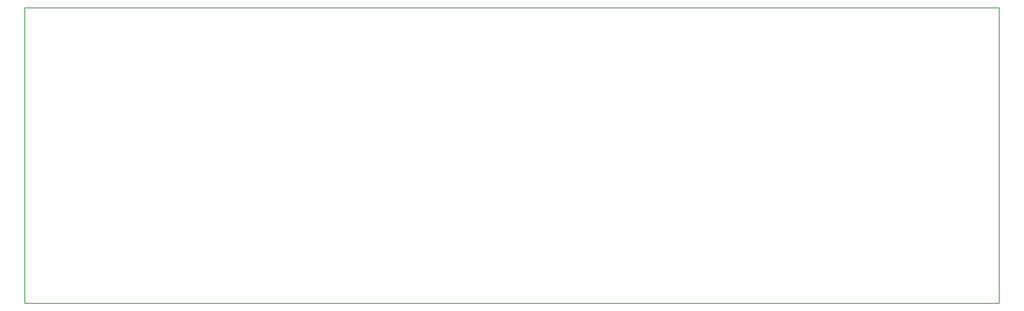
<source format=gko>
G04 Layer_Color=16720538*
%FSLAX43Y43*%
%MOMM*%
G71*
G01*
G75*
%ADD26C,0.254*%
D26*
X0Y0D02*
Y96647D01*
X317992D01*
Y0D02*
Y96647D01*
X0Y0D02*
X317992D01*
M02*

</source>
